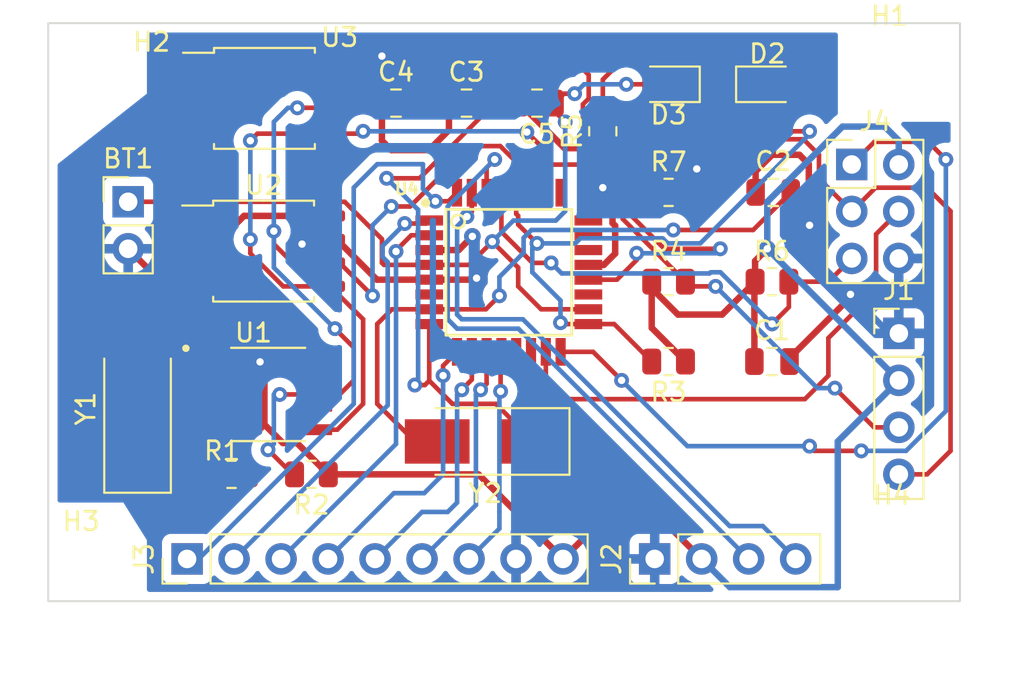
<source format=kicad_pcb>
(kicad_pcb (version 20211014) (generator pcbnew)
  (title_block (date "2022-04-11") (rev "Vasilis MCU project") (comment 1 "2 layer PCB version"))
  (layers (0 "F.Cu" mixed) (31 "B.Cu" mixed) (34 "B.Paste" user) (35 "F.Paste" user) (36 "B.SilkS" user "B.Silkscreen") (37 "F.SilkS" user "F.Silkscreen") (38 "B.Mask" user) (39 "F.Mask" user) (44 "Edge.Cuts" user))
  (property "Purpose" "MCU Datalogger with memory and clock")
  (net 0 "")
  (net 1 "Net-(BT1-Pad1)")
  (net 2 "GND")
  (net 3 "/Vcc")
  (net 4 "Net-(C2-Pad2)")
  (net 5 "Net-(C3-Pad2)")
  (net 6 "Net-(C4-Pad2)")
  (net 7 "Net-(D2-Pad1)")
  (net 8 "/SCK")
  (net 9 "Net-(D3-Pad1)")
  (net 10 "/SDA")
  (net 11 "/Tx")
  (net 12 "/D2")
  (net 13 "/D3")
  (net 14 "/D4")
  (net 15 "/D5")
  (net 16 "/D6")
  (net 17 "/D7")
  (net 18 "/D8")
  (net 19 "/MISO")
  (net 20 "/MOSI")
  (net 21 "/RESET")
  (net 22 "Net-(R1-Pad2)")
  (net 23 "Net-(R2-Pad2)")
  (net 24 "Net-(U1-Pad1)")
  (net 25 "Net-(U1-Pad2)")
  (net 35 "/Rx")
  (footprint "LED_SMD:LED_0805_2012Metric" (layer "F.Cu") (at 80.518 72.898 180)
    (fp_text reference "D3")
    (fp_text value "LED")
  )
  (footprint "ATMEGA:QFP80P900X900X120-32N" (layer "F.Cu") (at 71.882 83.058)
    (fp_text reference "U4")
    (fp_text value "ATMEGA328P-AU")
  )
  (footprint "MountingHole:MountingHole_2.1mm" (layer "F.Cu") (at 92.456 72.39)
    (fp_text reference "H1")
    (fp_text value "MountingHole")
  )
  (footprint "Resistor_SMD:R_0805_2012Metric" (layer "F.Cu") (at 56.896 93.98)
    (fp_text reference "R1")
    (fp_text value "10K")
  )
  (footprint "Capacitor_SMD:C_0805_2012Metric" (layer "F.Cu") (at 86.172 78.74)
    (fp_text reference "C2")
    (fp_text value "22pF")
  )
  (footprint "Capacitor_SMD:C_0805_2012Metric" (layer "F.Cu") (at 65.786 73.914)
    (fp_text reference "C4")
    (fp_text value "0.1uF")
  )
  (footprint "LED_SMD:LED_0805_2012Metric" (layer "F.Cu") (at 85.852 72.898)
    (fp_text reference "D2")
    (fp_text value "LED")
  )
  (footprint "Resistor_SMD:R_0805_2012Metric" (layer "F.Cu") (at 86.106 83.566)
    (fp_text reference "R6")
    (fp_text value "10K")
  )
  (footprint "Resistor_SMD:R_0805_2012Metric" (layer "F.Cu") (at 61.214 93.98 180)
    (fp_text reference "R2")
    (fp_text value "10K")
  )
  (footprint "MountingHole:MountingHole_2.1mm" (layer "F.Cu") (at 49.53 72.39)
    (fp_text reference "H2")
    (fp_text value "MountingHole")
  )
  (footprint "Connector_PinHeader_2.54mm:PinHeader_1x02_P2.54mm_Vertical" (layer "F.Cu") (at 51.308 79.248)
    (fp_text reference "BT1")
    (fp_text value "Battery")
  )
  (footprint "Capacitor_SMD:C_0805_2012Metric" (layer "F.Cu") (at 86.106 87.884)
    (fp_text reference "C1")
    (fp_text value "0.1uF")
  )
  (footprint "Resistor_SMD:R_0805_2012Metric" (layer "F.Cu") (at 80.518 87.884 180)
    (fp_text reference "R3")
    (fp_text value "4.7K")
  )
  (footprint "Connector_PinHeader_2.54mm:PinHeader_1x04_P2.54mm_Vertical" (layer "F.Cu") (at 79.766 98.552 90)
    (fp_text reference "J2")
    (fp_text value "Conn_01x04_Male")
  )
  (footprint "Resistor_SMD:R_0805_2012Metric" (layer "F.Cu") (at 76.962 75.438 90)
    (fp_text reference "R5")
    (fp_text value "330")
  )
  (footprint "Resistor_SMD:R_0805_2012Metric" (layer "F.Cu") (at 80.518 78.74)
    (fp_text reference "R7")
    (fp_text value "330")
  )
  (footprint "Connector_PinHeader_2.54mm:PinHeader_1x04_P2.54mm_Vertical" (layer "F.Cu") (at 92.964 86.36)
    (fp_text reference "J1")
    (fp_text value "Conn_01x04_Male")
  )
  (footprint "Package_SO:SOIC-8_5.23x5.23mm_P1.27mm" (layer "F.Cu") (at 58.674 73.66)
    (fp_text reference "U3")
    (fp_text value "24LC1025")
  )
  (footprint "Package_SO:SOIC-8_5.23x5.23mm_P1.27mm" (layer "F.Cu") (at 58.63 81.915)
    (fp_text reference "U2")
    (fp_text value "24LC1025")
  )
  (footprint "Connector_PinHeader_2.54mm:PinHeader_2x03_P2.54mm_Vertical" (layer "F.Cu") (at 90.419 77.231)
    (fp_text reference "J4")
    (fp_text value "Conn_02x03_Odd_Even")
  )
  (footprint "MountingHole:MountingHole_2.1mm" (layer "F.Cu") (at 49.657 98.298)
    (fp_text reference "H3")
    (fp_text value "MountingHole")
  )
  (footprint "Crystal:Crystal_SMD_5032-2Pin_5.0x3.2mm_HandSoldering" (layer "F.Cu") (at 70.612 92.202 180)
    (fp_text reference "Y2")
    (fp_text value "16 MHz")
  )
  (footprint "Connector_PinHeader_2.54mm:PinHeader_1x09_P2.54mm_Vertical" (layer "F.Cu") (at 54.493 98.552 90)
    (fp_text reference "J3")
    (fp_text value "Conn_01x09_Male")
  )
  (footprint "Crystal:Crystal_SMD_5032-2Pin_5.0x3.2mm_HandSoldering" (layer "F.Cu") (at 51.816 90.424 90)
    (fp_text reference "Y1")
    (fp_text value "32.768 KHz")
  )
  (footprint "Resistor_SMD:R_0805_2012Metric" (layer "F.Cu") (at 80.518 83.566)
    (fp_text reference "R4")
    (fp_text value "4.7K")
  )
  (footprint "Capacitor_SMD:C_0805_2012Metric" (layer "F.Cu") (at 69.596 73.914)
    (fp_text reference "C3")
    (fp_text value "22pF")
  )
  (footprint "Capacitor_SMD:C_0805_2012Metric" (layer "F.Cu") (at 73.406 73.914 180)
    (fp_text reference "C5")
    (fp_text value "100nF")
  )
  (footprint "MountingHole:MountingHole_2.1mm" (layer "F.Cu") (at 92.583 98.298)
    (fp_text reference "H4")
    (fp_text value "MountingHole")
  )
  (footprint "DS1337S_:SOIC127P600X175-8N" (layer "F.Cu") (at 58.875 89.662)
    (fp_text reference "U1")
    (fp_text value "DS1337S+")
  )
  (gr_rect (start 46.99 69.596) (end 96.266 100.838) (layer "Edge.Cuts") (width 0.1) (fill none))
  (segment (start 74.864 73.406) (end 74.356 73.914) (width 0.25) (layer "F.Cu") (net 1))
  (segment (start 72.39 83.82) (end 73.628 85.058) (width 0.25) (layer "F.Cu") (net 1))
  (segment (start 70.988709 81.402693) (end 72.39 82.803984) (width 0.25) (layer "F.Cu") (net 1))
  (segment (start 65.024 82.55) (end 65.132 82.658) (width 0.25) (layer "F.Cu") (net 1))
  (segment (start 73.628 85.058) (end 76.182 85.058) (width 0.25) (layer "F.Cu") (net 1))
  (segment (start 69.733402 82.658) (end 67.582 82.658) (width 0.25) (layer "F.Cu") (net 1))
  (segment (start 63.009783 79.248) (end 65.024 81.262217) (width 0.25) (layer "F.Cu") (net 1))
  (segment (start 79.5805 72.898) (end 78.232 72.898) (width 0.25) (layer "F.Cu") (net 1))
  (segment (start 74.356 73.914) (end 74.356 74.356) (width 0.25) (layer "F.Cu") (net 1))
  (segment (start 65.024 81.262217) (end 65.024 82.55) (width 0.25) (layer "F.Cu") (net 1))
  (segment (start 72.39 82.803984) (end 72.39 83.82) (width 0.25) (layer "F.Cu") (net 1))
  (segment (start 74.356 74.356) (end 74.93 74.93) (width 0.25) (layer "F.Cu") (net 1))
  (segment (start 70.988709 81.402693) (end 69.733402 82.658) (width 0.25) (layer "F.Cu") (net 1))
  (segment (start 51.308 79.248) (end 63.009783 79.248) (width 0.25) (layer "F.Cu") (net 1))
  (segment (start 75.438 73.406) (end 74.864 73.406) (width 0.25) (layer "F.Cu") (net 1))
  (segment (start 65.132 82.658) (end 67.582 82.658) (width 0.25) (layer "F.Cu") (net 1))
  (via (at 78.232 72.898) (size 0.8) (drill 0.4) (layers "F.Cu" "B.Cu") (net 1))
  (via (at 75.438 73.406) (size 0.8) (drill 0.4) (layers "F.Cu" "B.Cu") (net 1))
  (via (at 70.988709 81.402693) (size 0.8) (drill 0.4) (layers "F.Cu" "B.Cu") (net 1))
  (via (at 74.93 74.93) (size 0.8) (drill 0.4) (layers "F.Cu" "B.Cu") (net 1))
  (via (at 70.988709 81.402693) (size 0.8) (drill 0.4) (layers "F.Cu" "B.Cu") (net 1))
  (segment (start 75.946 72.898) (end 75.692 73.152) (width 0.25) (layer "B.Cu") (net 1))
  (segment (start 74.93 79.756) (end 74.93 74.93) (width 0.25) (layer "B.Cu") (net 1))
  (segment (start 74.422 80.264) (end 74.93 79.756) (width 0.25) (layer "B.Cu") (net 1))
  (segment (start 78.232 72.898) (end 75.946 72.898) (width 0.25) (layer "B.Cu") (net 1))
  (segment (start 70.988709 81.402693) (end 72.127402 80.264) (width 0.25) (layer "B.Cu") (net 1))
  (segment (start 72.127402 80.264) (end 74.422 80.264) (width 0.25) (layer "B.Cu") (net 1))
  (segment (start 75.692 73.152) (end 75.438 73.406) (width 0.25) (layer "B.Cu") (net 1))
  (segment (start 62.274 73.025) (end 62.865 73.025) (width 0.35) (layer "F.Cu") (net 2))
  (segment (start 88.138 80.518) (end 88.138 78.267138) (width 0.35) (layer "F.Cu") (net 2))
  (segment (start 88.09648 77.216) (end 87.58848 76.708) (width 0.35) (layer "F.Cu") (net 2))
  (segment (start 60.96 81.28) (end 60.706 81.534) (width 0.35) (layer "F.Cu") (net 2))
  (segment (start 67.582 81.858) (end 69.172708 81.858) (width 0.35) (layer "F.Cu") (net 2))
  (segment (start 68.646 72.832) (end 69.342 72.136) (width 0.35) (layer "F.Cu") (net 2))
  (segment (start 76.962 76.3505) (end 74.8925 76.3505) (width 0.35) (layer "F.Cu") (net 2))
  (segment (start 63.947 73.025) (end 64.836 73.914) (width 0.35) (layer "F.Cu") (net 2))
  (segment (start 77.48696 79.01096) (end 76.962 78.486) (width 0.35) (layer "F.Cu") (net 2))
  (segment (start 69.172708 81.858) (end 69.9125 81.118208) (width 0.35) (layer "F.Cu") (net 2))
  (segment (start 62.274 73.025) (end 63.947 73.025) (width 0.35) (layer "F.Cu") (net 2))
  (segment (start 74.8925 76.3505) (end 72.456 73.914) (width 0.35) (layer "F.Cu") (net 2))
  (segment (start 56.4 91.567) (end 57.277 91.567) (width 0.35) (layer "F.Cu") (net 2))
  (segment (start 55.03 83.82) (end 53.34 83.82) (width 0.35) (layer "F.Cu") (net 2))
  (segment (start 68.646 75.372) (end 68.646 73.914) (width 0.35) (layer "F.Cu") (net 2))
  (segment (start 77.48696 80.399598) (end 77.48696 79.01096) (width 0.35) (layer "F.Cu") (net 2))
  (segment (start 88.138 78.267138) (end 88.09648 78.225618) (width 0.35) (layer "F.Cu") (net 2))
  (segment (start 55.372493 83.82) (end 55.03 83.82) (width 0.35) (layer "F.Cu") (net 2))
  (segment (start 64.516 71.374) (end 65.024 71.374) (width 0.35) (layer "F.Cu") (net 2))
  (segment (start 57.277 91.567) (end 57.912 90.932) (width 0.35) (layer "F.Cu") (net 2))
  (segment (start 72.456 72.964) (end 72.456 73.914) (width 0.35) (layer "F.Cu") (net 2))
  (segment (start 85.222 77.602) (end 85.222 78.74) (width 0.35) (layer "F.Cu") (net 2))
  (segment (start 65.532 76.454) (end 67.564 76.454) (width 0.35) (layer "F.Cu") (net 2))
  (segment (start 81.4305 78.74) (end 81.4305 78.0815) (width 0.35) (layer "F.Cu") (net 2))
  (segment (start 77.019522 82.658) (end 76.182 82.658) (width 0.35) (layer "F.Cu") (net 2))
  (segment (start 55.074 75.565) (end 56.007 75.565) (width 0.35) (layer "F.Cu") (net 2))
  (segment (start 90.34899 84.25299) (end 90.34899 84.40301) (width 0.35) (layer "F.Cu") (net 2))
  (segment (start 81.4305 78.0815) (end 82.042 77.47) (width 0.35) (layer "F.Cu") (net 2))
  (segment (start 77.631502 80.54414) (end 77.48696 80.399598) (width 0.35) (layer "F.Cu") (net 2))
  (segment (start 85.222 77.602) (end 86.116 76.708) (width 0.35) (layer "F.Cu") (net 2))
  (segment (start 56.007 75.565) (end 58.547 73.025) (width 0.35) (layer "F.Cu") (net 2))
  (segment (start 85.09 77.47) (end 85.222 77.602) (width 0.35) (layer "F.Cu") (net 2))
  (segment (start 67.564 76.454) (end 68.646 75.372) (width 0.35) (layer "F.Cu") (net 2))
  (segment (start 62.865 73.025) (end 64.516 71.374) (width 0.35) (layer "F.Cu") (net 2))
  (segment (start 90.34899 84.40301) (end 87.056 87.696) (width 0.35) (layer "F.Cu") (net 2))
  (segment (start 65.024 74.102) (end 65.024 75.946) (width 0.35) (layer "F.Cu") (net 2))
  (segment (start 68.646 73.914) (end 68.646 72.832) (width 0.35) (layer "F.Cu") (net 2))
  (segment (start 65.024 75.946) (end 65.532 76.454) (width 0.35) (layer "F.Cu") (net 2))
  (segment (start 86.116 76.708) (end 87.58848 76.708) (width 0.35) (layer "F.Cu") (net 2))
  (segment (start 67.582 83.458) (end 64.750493 83.458) (width 0.35) (layer "F.Cu") (net 2))
  (segment (start 62.23 81.28) (end 60.96 81.28) (width 0.35) (layer "F.Cu") (net 2))
  (segment (start 53.34 83.82) (end 51.308 81.788) (width 0.35) (layer "F.Cu") (net 2))
  (segment (start 57.912 90.932) (end 57.912 88.42527) (width 0.35) (layer "F.Cu") (net 2))
  (segment (start 69.342 72.136) (end 71.628 72.136) (width 0.35) (layer "F.Cu") (net 2))
  (segment (start 67.582 83.458) (end 70.057225 83.458) (width 0.35) (layer "F.Cu") (net 2))
  (segment (start 62.572493 81.28) (end 62.23 81.28) (width 0.35) (layer "F.Cu") (net 2))
  (segment (start 64.750493 83.458) (end 62.572493 81.28) (width 0.35) (layer "F.Cu") (net 2))
  (segment (start 77.631502 82.04602) (end 77.631502 80.54414) (width 0.35) (layer "F.Cu") (net 2))
  (segment (start 70.057225 83.458) (end 70.13989 83.375335) (width 0.35) (layer "F.Cu") (net 2))
  (segment (start 71.628 72.136) (end 72.456 72.964) (width 0.35) (layer "F.Cu") (net 2))
  (segment (start 87.056 87.696) (end 87.056 87.884) (width 0.35) (layer "F.Cu") (net 2))
  (segment (start 58.547 73.025) (end 55.074 73.025) (width 0.35) (layer "F.Cu") (net 2))
  (segment (start 82.042 77.47) (end 85.09 77.47) (width 0.35) (layer "F.Cu") (net 2))
  (segment (start 88.09648 78.225618) (end 88.09648 77.216) (width 0.35) (layer "F.Cu") (net 2))
  (segment (start 62.274 73.025) (end 58.547 73.025) (width 0.35) (layer "F.Cu") (net 2))
  (segment (start 64.836 73.914) (end 65.024 74.102) (width 0.35) (layer "F.Cu") (net 2))
  (segment (start 57.912 88.42527) (end 58.436635 87.900635) (width 0.35) (layer "F.Cu") (net 2))
  (segment (start 77.631502 82.04602) (end 77.019522 82.658) (width 0.35) (layer "F.Cu") (net 2))
  (via (at 90.34899 84.25299) (size 0.9) (drill 0.4) (layers "F.Cu" "B.Cu") (net 2))
  (via (at 76.962 78.486) (size 0.9) (drill 0.4) (layers "F.Cu" "B.Cu") (net 2))
  (via (at 60.706 81.534) (size 0.9) (drill 0.4) (layers "F.Cu" "B.Cu") (net 2))
  (via (at 69.9125 81.118208) (size 0.9) (drill 0.4) (layers "F.Cu" "B.Cu") (net 2))
  (via (at 70.13989 83.375335) (size 0.9) (drill 0.4) (layers "F.Cu" "B.Cu") (net 2))
  (via (at 65.024 71.374) (size 0.9) (drill 0.4) (layers "F.Cu" "B.Cu") (net 2))
  (via (at 58.436635 87.900635) (size 0.9) (drill 0.4) (layers "F.Cu" "B.Cu") (net 2))
  (via (at 82.042 77.47) (size 0.9) (drill 0.4) (layers "F.Cu" "B.Cu") (net 2))
  (via (at 88.138 80.518) (size 0.9) (drill 0.4) (layers "F.Cu" "B.Cu") (net 2))
  (segment (start 92.456 86.36) (end 92.964 86.36) (width 0.35) (layer "B.Cu") (net 2))
  (segment (start 70.13989 81.345598) (end 69.9125 81.118208) (width 0.35) (layer "B.Cu") (net 2))
  (segment (start 76.962 78.486) (end 77.978 77.47) (width 0.35) (layer "B.Cu") (net 2))
  (segment (start 70.13989 83.375335) (end 70.13989 81.345598) (width 0.35) (layer "B.Cu") (net 2))
  (segment (start 90.34899 84.25299) (end 92.456 86.36) (width 0.35) (layer "B.Cu") (net 2))
  (segment (start 88.138 82.042) (end 88.138 80.518) (width 0.35) (layer "B.Cu") (net 2))
  (segment (start 90.34899 84.25299) (end 88.138 82.042) (width 0.35) (layer "B.Cu") (net 2))
  (segment (start 77.978 77.47) (end 82.042 77.47) (width 0.35) (layer "B.Cu") (net 2))
  (segment (start 49.402753 85.216753) (end 58.039247 85.216753) (width 0.35) (layer "F.Cu") (net 3))
  (segment (start 53.721 74.295) (end 52.197 74.295) (width 0.35) (layer "F.Cu") (net 3))
  (segment (start 92.83048 89.03352) (end 92.964 88.9) (width 0.35) (layer "F.Cu") (net 3))
  (segment (start 79.6055 83.566) (end 79.6055 86.059) (width 0.35) (layer "F.Cu") (net 3))
  (segment (start 53.721 71.755) (end 53.086 72.39) (width 0.35) (layer "F.Cu") (net 3))
  (segment (start 85.156 87.884) (end 85.156 83.6035) (width 0.35) (layer "F.Cu") (net 3))
  (segment (start 62.1265 93.98) (end 70.241 93.98) (width 0.35) (layer "F.Cu") (net 3))
  (segment (start 58.674 91.2895) (end 58.674 88.9) (width 0.35) (layer "F.Cu") (net 3))
  (segment (start 48.514 84.328) (end 49.402753 85.216753) (width 0.35) (layer "F.Cu") (net 3))
  (segment (start 60.43302 92.28652) (end 59.67102 92.28652) (width 0.35) (layer "F.Cu") (net 3))
  (segment (start 55.03 81.28) (end 55.03 80.01) (width 0.35) (layer "F.Cu") (net 3))
  (segment (start 76.087511 97.277489) (end 76.087511 97.140489) (width 0.35) (layer "F.Cu") (net 3))
  (segment (start 62.1265 93.98) (end 60.43302 92.28652) (width 0.35) (layer "F.Cu") (net 3))
  (segment (start 53.721 74.295) (end 55.074 74.295) (width 0.35) (layer "F.Cu") (net 3))
  (segment (start 55.9835 93.98) (end 58.674 91.2895) (width 0.35) (layer "F.Cu") (net 3))
  (segment (start 52.197 74.295) (end 48.514 77.978) (width 0.35) (layer "F.Cu") (net 3))
  (segment (start 55.074 71.755) (end 53.721 71.755) (width 0.35) (layer "F.Cu") (net 3))
  (segment (start 58.039247 85.216753) (end 59.817 86.994507) (width 0.35) (layer "F.Cu") (net 3))
  (segment (start 53.086 72.39) (end 53.086 73.66) (width 0.35) (layer "F.Cu") (net 3))
  (segment (start 85.156 83.6035) (end 85.1935 83.566) (width 0.35) (layer "F.Cu") (net 3))
  (segment (start 59.67102 92.28652) (end 58.674 91.2895) (width 0.35) (layer "F.Cu") (net 3))
  (segment (start 59.817 87.757) (end 61.35 87.757) (width 0.35) (layer "F.Cu") (net 3))
  (segment (start 79.6055 83.566) (end 79.6055 83.9235) (width 0.35) (layer "F.Cu") (net 3))
  (segment (start 48.514 77.978) (end 48.514 84.328) (width 0.35) (layer "F.Cu") (net 3))
  (segment (start 58.674 88.9) (end 59.817 87.757) (width 0.35) (layer "F.Cu") (net 3))
  (segment (start 74.813 98.552) (end 76.087511 97.277489) (width 0.35) (layer "F.Cu") (net 3))
  (segment (start 76.087511 97.140489) (end 77.47 95.758) (width 0.35) (layer "F.Cu") (net 3))
  (segment (start 57.57 80.01) (end 62.23 80.01) (width 0.35) (layer "F.Cu") (net 3))
  (segment (start 83.4155 85.344) (end 85.1935 83.566) (width 0.35) (layer "F.Cu") (net 3))
  (segment (start 59.817 86.994507) (end 59.817 87.757) (width 0.35) (layer "F.Cu") (net 3))
  (segment (start 81.026 85.344) (end 83.4155 85.344) (width 0.35) (layer "F.Cu") (net 3))
  (segment (start 53.086 73.66) (end 53.721 74.295) (width 0.35) (layer "F.Cu") (net 3))
  (segment (start 79.6055 86.059) (end 81.4305 87.884) (width 0.35) (layer "F.Cu") (net 3))
  (segment (start 55.03 82.55) (end 55.372493 82.55) (width 0.35) (layer "F.Cu") (net 3))
  (segment (start 77.47 95.758) (end 79.512 95.758) (width 0.35) (layer "F.Cu") (net 3))
  (segment (start 79.512 95.758) (end 82.306 98.552) (width 0.35) (layer "F.Cu") (net 3))
  (segment (start 55.372493 82.55) (end 58.039247 85.216753) (width 0.35) (layer "F.Cu") (net 3))
  (segment (start 55.03 81.28) (end 55.03 82.55) (width 0.35) (layer "F.Cu") (net 3))
  (segment (start 55.074 71.755) (end 62.274 71.755) (width 0.35) (layer "F.Cu") (net 3))
  (segment (start 70.241 93.98) (end 74.813 98.552) (width 0.35) (layer "F.Cu") (net 3))
  (segment (start 55.03 82.55) (end 57.57 80.01) (width 0.35) (layer "F.Cu") (net 3))
  (segment (start 85.1935 83.566) (end 85.1935 82.4465) (width 0.35) (layer "F.Cu") (net 3))
  (segment (start 79.6055 83.9235) (end 81.026 85.344) (width 0.35) (layer "F.Cu") (net 3))
  (segment (start 85.1935 82.4465) (end 85.852 81.788) (width 0.35) (layer "F.Cu") (net 3))
  (via (at 85.852 81.788) (size 0.9) (drill 0.4) (layers "F.Cu" "B.Cu") (net 3))
  (segment (start 92.202 75.184) (end 92.959 75.941) (width 0.35) (layer "B.Cu") (net 3))
  (segment (start 92.964 88.9) (end 85.852 81.788) (width 0.35) (layer "B.Cu") (net 3))
  (segment (start 85.852 81.788) (end 85.852 79.248978) (width 0.35) (layer "B.Cu") (net 3))
  (segment (start 82.306 98.552) (end 83.83 100.076) (width 0.35) (layer "B.Cu") (net 3))
  (segment (start 92.959 75.941) (end 92.959 77.231) (width 0.35) (layer "B.Cu") (net 3))
  (segment (start 85.852 79.248978) (end 89.916978 75.184) (width 0.35) (layer "B.Cu") (net 3))
  (segment (start 89.662 92.202) (end 92.964 88.9) (width 0.35) (layer "B.Cu") (net 3))
  (segment (start 89.662 100.076) (end 89.662 92.202) (width 0.35) (layer "B.Cu") (net 3))
  (segment (start 89.916978 75.184) (end 92.202 75.184) (width 0.35) (layer "B.Cu") (net 3))
  (segment (start 83.83 100.076) (end 89.662 100.076) (width 0.35) (layer "B.Cu") (net 3))
  (segment (start 68.012 92.202) (end 66.802 92.202) (width 0.25) (layer "F.Cu") (net 4))
  (segment (start 70.644 85.058) (end 67.582 85.058) (width 0.25) (layer "F.Cu") (net 4))
  (segment (start 64.77 85.852) (end 65.564 85.058) (width 0.25) (layer "F.Cu") (net 4))
  (segment (start 65.564 85.058) (end 67.582 85.058) (width 0.25) (layer "F.Cu") (net 4))
  (segment (start 66.802 92.202) (end 64.77 90.17) (width 0.25) (layer "F.Cu") (net 4))
  (segment (start 71.374 84.328) (end 70.644 85.058) (width 0.25) (layer "F.Cu") (net 4))
  (segment (start 64.77 90.17) (end 64.77 85.852) (width 0.25) (layer "F.Cu") (net 4))
  (segment (start 87.122 78.74) (end 85.09 80.772) (width 0.25) (layer "F.Cu") (net 4))
  (segment (start 85.09 80.772) (end 80.772 80.772) (width 0.25) (layer "F.Cu") (net 4))
  (via (at 71.374 84.328) (size 0.8) (drill 0.4) (layers "F.Cu" "B.Cu") (net 4))
  (via (at 80.772 80.772) (size 0.8) (drill 0.4) (layers "F.Cu" "B.Cu") (net 4))
  (segment (start 73.105886 80.772) (end 80.772 80.772) (width 0.25) (layer "B.Cu") (net 4))
  (segment (start 71.374 83.312) (end 72.681489 82.004511) (width 0.25) (layer "B.Cu") (net 4))
  (segment (start 72.681489 82.004511) (end 72.681489 81.196397) (width 0.25) (layer "B.Cu") (net 4))
  (segment (start 71.374 84.328) (end 71.374 83.312) (width 0.25) (layer "B.Cu") (net 4))
  (segment (start 72.681489 81.196397) (end 73.105886 80.772) (width 0.25) (layer "B.Cu") (net 4))
  (segment (start 67.056 77.978) (end 70.546 74.488) (width 0.25) (layer "F.Cu") (net 5))
  (segment (start 71.18 90.17) (end 68.834 90.17) (width 0.25) (layer "F.Cu") (net 5))
  (segment (start 70.546 74.488) (end 70.546 73.914) (width 0.25) (layer "F.Cu") (net 5))
  (segment (start 73.212 92.202) (end 71.18 90.17) (width 0.25) (layer "F.Cu") (net 5))
  (segment (start 67.582 88.918) (end 67.346 89.154) (width 0.25) (layer "F.Cu") (net 5))
  (segment (start 65.278 77.978) (end 67.056 77.978) (width 0.25) (layer "F.Cu") (net 5))
  (segment (start 67.346 89.154) (end 66.802 89.154) (width 0.25) (layer "F.Cu") (net 5))
  (segment (start 68.834 90.17) (end 67.582 88.918) (width 0.25) (layer "F.Cu") (net 5))
  (segment (start 67.582 88.918) (end 67.582 85.858) (width 0.25) (layer "F.Cu") (net 5))
  (via (at 65.278 77.978) (size 0.8) (drill 0.4) (layers "F.Cu" "B.Cu") (net 5))
  (via (at 66.802 89.154) (size 0.8) (drill 0.4) (layers "F.Cu" "B.Cu") (net 5))
  (segment (start 66.981011 79.681011) (end 65.278 77.978) (width 0.25) (layer "B.Cu") (net 5))
  (segment (start 66.981011 88.974989) (end 66.981011 79.681011) (width 0.25) (layer "B.Cu") (net 5))
  (segment (start 66.802 89.154) (end 66.981011 88.974989) (width 0.25) (layer "B.Cu") (net 5))
  (segment (start 75.887888 75.46348) (end 75.887888 73.980726) (width 0.25) (layer "F.Cu") (net 6))
  (segment (start 75.887888 73.980726) (end 76.2 73.668614) (width 0.25) (layer "F.Cu") (net 6))
  (segment (start 78.486 76.278796) (end 77.670684 75.46348) (width 0.25) (layer "F.Cu") (net 6))
  (segment (start 68.072 71.374) (end 66.736 72.71) (width 0.25) (layer "F.Cu") (net 6))
  (segment (start 75.184 71.374) (end 68.072 71.374) (width 0.25) (layer "F.Cu") (net 6))
  (segment (start 76.182 83.458) (end 77.728036 83.458) (width 0.25) (layer "F.Cu") (net 6))
  (segment (start 80.288218 81.788) (end 78.486 79.985782) (width 0.25) (layer "F.Cu") (net 6))
  (segment (start 76.2 72.39) (end 75.184 71.374) (width 0.25) (layer "F.Cu") (net 6))
  (segment (start 66.736 72.71) (end 66.736 73.914) (width 0.25) (layer "F.Cu") (net 6))
  (segment (start 78.790674 82.395362) (end 78.790674 82.029331) (width 0.25) (layer "F.Cu") (net 6))
  (segment (start 78.486 79.985782) (end 78.486 76.278796) (width 0.25) (layer "F.Cu") (net 6))
  (segment (start 77.728036 83.458) (end 78.790674 82.395362) (width 0.25) (layer "F.Cu") (net 6))
  (segment (start 77.670684 75.46348) (end 75.887888 75.46348) (width 0.25) (layer "F.Cu") (net 6))
  (segment (start 83.312 81.788) (end 80.288218 81.788) (width 0.25) (layer "F.Cu") (net 6))
  (segment (start 76.2 73.668614) (end 76.2 72.39) (width 0.25) (layer "F.Cu") (net 6))
  (via (at 83.312 81.788) (size 0.8) (drill 0.4) (layers "F.Cu" "B.Cu") (net 6))
  (via (at 78.790674 82.029331) (size 0.8) (drill 0.4) (layers "F.Cu" "B.Cu") (net 6))
  (segment (start 83.070669 82.029331) (end 83.312 81.788) (width 0.25) (layer "B.Cu") (net 6))
  (segment (start 78.790674 82.029331) (end 83.070669 82.029331) (width 0.25) (layer "B.Cu") (net 6))
  (segment (start 83.1365 71.12) (end 78.486 71.12) (width 0.25) (layer "F.Cu") (net 7))
  (segment (start 76.962 72.644) (end 76.962 74.5255) (width 0.25) (layer "F.Cu") (net 7))
  (segment (start 84.9145 73.3275) (end 84.9145 72.898) (width 0.25) (layer "F.Cu") (net 7))
  (segment (start 78.486 71.12) (end 76.962 72.644) (width 0.25) (layer "F.Cu") (net 7))
  (segment (start 84.9145 72.898) (end 83.1365 71.12) (width 0.25) (layer "F.Cu") (net 7))
  (segment (start 94.488 78.486) (end 91.704 78.486) (width 0.25) (layer "F.Cu") (net 8))
  (segment (start 65.532 79.502) (end 66.548 79.502) (width 0.25) (layer "F.Cu") (net 8))
  (segment (start 64.516 84.328) (end 62.738 82.55) (width 0.25) (layer "F.Cu") (net 8))
  (segment (start 87.219 75.438) (end 86.7895 75.8675) (width 0.25) (layer "F.Cu") (net 8))
  (segment (start 72.39 80.01) (end 72.282 79.902) (width 0.25) (layer "F.Cu") (net 8))
  (segment (start 66.548 79.502) (end 69.812511 76.237489) (width 0.25) (layer "F.Cu") (net 8))
  (segment (start 88.646 76.708) (end 87.8055 75.8675) (width 0.25) (layer "F.Cu") (net 8))
  (segment (start 72.282 77.099386) (end 72.282 78.758) (width 0.25) (layer "F.Cu") (net 8))
  (segment (start 86.7895 75.8675) (end 86.7895 72.898) (width 0.25) (layer "F.Cu") (net 8))
  (segment (start 62.103 90.297) (end 61.35 90.297) (width 0.25) (layer "F.Cu") (net 8))
  (segment (start 72.282 79.902) (end 72.282 78.758) (width 0.25) (layer "F.Cu") (net 8))
  (segment (start 62.484 86.106) (end 63.5 87.122) (width 0.25) (layer "F.Cu") (net 8))
  (segment (start 74.7515 85.858) (end 74.676 85.7825) (width 0.25) (layer "F.Cu") (net 8))
  (segment (start 59.182 81.534) (end 59.182 80.8345) (width 0.25) (layer "F.Cu") (net 8))
  (segment (start 63.5 88.9) (end 62.103 90.297) (width 0.25) (layer "F.Cu") (net 8))
  (segment (start 77.5795 85.858) (end 76.182 85.858) (width 0.25) (layer "F.Cu") (net 8))
  (segment (start 63.5 87.122) (end 63.5 88.9) (width 0.25) (layer "F.Cu") (net 8))
  (segment (start 62.147 74.168) (end 62.274 74.295) (width 0.25) (layer "F.Cu") (net 8))
  (segment (start 87.8055 75.8675) (end 86.7895 75.8675) (width 0.25) (layer "F.Cu") (net 8))
  (segment (start 90.419 79.771) (end 88.646 77.998) (width 0.25) (layer "F.Cu") (net 8))
  (segment (start 91.704 78.486) (end 90.419 79.771) (width 0.25) (layer "F.Cu") (net 8))
  (segment (start 88.646 77.998) (end 88.646 76.708) (width 0.25) (layer "F.Cu") (net 8))
  (segment (start 73.406 81.4965) (end 72.39 80.4805) (width 0.25) (layer "F.Cu") (net 8))
  (segment (start 60.198 82.55) (end 59.182 81.534) (width 0.25) (layer "F.Cu") (net 8))
  (segment (start 62.738 82.55) (end 62.23 82.55) (width 0.25) (layer "F.Cu") (net 8))
  (segment (start 71.420103 76.237489) (end 72.282 77.099386) (width 0.25) (layer "F.Cu") (net 8))
  (segment (start 69.812511 76.237489) (end 71.420103 76.237489) (width 0.25) (layer "F.Cu") (net 8))
  (segment (start 72.39 80.4805) (end 72.39 80.01) (width 0.25) (layer "F.Cu") (net 8))
  (segment (start 60.452 74.168) (end 62.147 74.168) (width 0.25) (layer "F.Cu") (net 8))
  (segment (start 79.6055 87.884) (end 77.5795 85.858) (width 0.25) (layer "F.Cu") (net 8))
  (segment (start 88.138 75.438) (end 87.219 75.438) (width 0.25) (layer "F.Cu") (net 8))
  (segment (start 95.758 79.756) (end 94.488 78.486) (width 0.25) (layer "F.Cu") (net 8))
  (segment (start 94.488 93.98) (end 95.758 92.71) (width 0.25) (layer "F.Cu") (net 8))
  (segment (start 62.23 82.55) (end 60.198 82.55) (width 0.25) (layer "F.Cu") (net 8))
  (segment (start 76.182 85.858) (end 74.7515 85.858) (width 0.25) (layer "F.Cu") (net 8))
  (segment (start 92.964 93.98) (end 94.488 93.98) (width 0.25) (layer "F.Cu") (net 8))
  (segment (start 95.758 92.71) (end 95.758 79.756) (width 0.25) (layer "F.Cu") (net 8))
  (via (at 88.138 75.438) (size 0.8) (drill 0.4) (layers "F.Cu" "B.Cu") (net 8))
  (via (at 73.406 81.4965) (size 0.8) (drill 0.4) (layers "F.Cu" "B.Cu") (net 8))
  (via (at 64.516 84.328) (size 0.8) (drill 0.4) (layers "F.Cu" "B.Cu") (net 8))
  (via (at 74.676 85.7825) (size 0.8) (drill 0.4) (layers "F.Cu" "B.Cu") (net 8))
  (via (at 65.532 79.502) (size 0.8) (drill 0.4) (layers "F.Cu" "B.Cu") (net 8))
  (via (at 60.452 74.168) (size 0.8) (drill 0.4) (layers "F.Cu" "B.Cu") (net 8))
  (via (at 62.484 86.106) (size 0.8) (drill 0.4) (layers "F.Cu" "B.Cu") (net 8))
  (via (at 59.182 80.8345) (size 0.8) (drill 0.4) (layers "F.Cu" "B.Cu") (net 8))
  (segment (start 59.182 80.8345) (end 59.182 82.804) (width 0.25) (layer "B.Cu") (net 8))
  (segment (start 59.182 82.804) (end 62.484 86.106) (width 0.25) (layer "B.Cu") (net 8))
  (segment (start 73.406 81.4965) (end 75.4755 81.4965) (width 0.25) (layer "B.Cu") (net 8))
  (segment (start 64.516 80.518) (end 65.532 79.502) (width 0.25) (layer "B.Cu") (net 8))
  (segment (start 59.944 74.168) (end 60.452 74.168) (width 0.25) (layer "B.Cu") (net 8))
  (segment (start 64.516 84.328) (end 64.516 80.518) (width 0.25) (layer "B.Cu") (net 8))
  (segment (start 74.676 84.582) (end 73.152 83.058) (width 0.25) (layer "B.Cu") (net 8))
  (segment (start 74.676 85.7825) (end 74.676 84.582) (width 0.25) (layer "B.Cu") (net 8))
  (segment (start 80.471897 81.496511) (end 82.229525 81.496511) (width 0.25) (layer "B.Cu") (net 8))
  (segment (start 82.229525 81.496511) (end 88.138 75.588036) (width 0.25) (layer "B.Cu") (net 8))
  (segment (start 75.75048 81.22152) (end 80.196906 81.22152) (width 0.25) (layer "B.Cu") (net 8))
  (segment (start 59.436 74.676) (end 59.944 74.168) (width 0.25) (layer "B.Cu") (net 8))
  (segment (start 59.182 74.93) (end 59.436 74.676) (width 0.25) (layer "B.Cu") (net 8))
  (segment (start 73.152 83.058) (end 73.152 81.7505) (width 0.25) (layer "B.Cu") (net 8))
  (segment (start 75.4755 81.4965) (end 75.75048 81.22152) (width 0.25) (layer "B.Cu") (net 8))
  (segment (start 73.152 81.7505) (end 73.406 81.4965) (width 0.25) (layer "B.Cu") (net 8))
  (segment (start 80.196906 81.22152) (end 80.471897 81.496511) (width 0.25) (layer "B.Cu") (net 8))
  (segment (start 88.138 75.588036) (end 88.138 75.438) (width 0.25) (layer "B.Cu") (net 8))
  (segment (start 59.182 80.8345) (end 59.182 74.93) (width 0.25) (layer "B.Cu") (net 8))
  (segment (start 81.4555 76.89) (end 79.6055 78.74) (width 0.25) (layer "F.Cu") (net 9))
  (segment (start 81.4555 72.898) (end 81.4555 76.89) (width 0.25) (layer "F.Cu") (net 9))
  (segment (start 78.03648 80.171979) (end 78.03648 78.03648) (width 0.25) (layer "F.Cu") (net 10))
  (segment (start 78.03648 78.03648) (end 77.23752 77.23752) (width 0.25) (layer "F.Cu") (net 10))
  (segment (start 72.85599 75.48001) (end 73.66 76.28402) (width 0.25) (layer "F.Cu") (net 10))
  (segment (start 58.293 75.565) (end 62.274 75.565) (width 0.25) (layer "F.Cu") (net 10))
  (segment (start 64.008 90.17) (end 62.611 91.567) (width 0.25) (layer "F.Cu") (net 10))
  (segment (start 73.728458 77.23752) (end 73.082 77.883978) (width 0.25) (layer "F.Cu") (net 10))
  (segment (start 64.008 85.598) (end 64.008 90.17) (width 0.25) (layer "F.Cu") (net 10))
  (segment (start 73.082 77.883978) (end 73.082 78.758) (width 0.25) (layer "F.Cu") (net 10))
  (segment (start 57.912 75.946) (end 58.293 75.565) (width 0.25) (layer "F.Cu") (net 10))
  (segment (start 62.274 75.565) (end 63.881 75.565) (width 0.25) (layer "F.Cu") (net 10))
  (segment (start 83.058 83.82) (end 81.6845 83.82) (width 0.25) (layer "F.Cu") (net 10))
  (segment (start 91.623992 91.44) (end 89.504295 89.320303) (width 0.25) (layer "F.Cu") (net 10))
  (segment (start 62.23 83.82) (end 59.69 83.82) (width 0.25) (layer "F.Cu") (net 10))
  (segment (start 81.4305 83.566) (end 78.03648 80.171979) (width 0.25) (layer "F.Cu") (net 10))
  (segment (start 81.6845 83.82) (end 81.4305 83.566) (width 0.25) (layer "F.Cu") (net 10))
  (segment (start 57.912 82.042) (end 57.912 81.28) (width 0.25) (layer "F.Cu") (net 10))
  (segment (start 63.881 75.565) (end 64.008 75.438) (width 0.25) (layer "F.Cu") (net 10))
  (segment (start 62.23 83.82) (end 64.008 85.598) (width 0.25) (layer "F.Cu") (net 10))
  (segment (start 62.611 91.567) (end 61.35 91.567) (width 0.25) (layer "F.Cu") (net 10))
  (segment (start 59.69 83.82) (end 57.912 82.042) (width 0.25) (layer "F.Cu") (net 10))
  (segment (start 92.964 91.44) (end 91.623992 91.44) (width 0.25) (layer "F.Cu") (net 10))
  (segment (start 73.66 76.28402) (end 73.66 77.216) (width 0.25) (layer "F.Cu") (net 10))
  (segment (start 77.23752 77.23752) (end 73.728458 77.23752) (width 0.25) (layer "F.Cu") (net 10))
  (via (at 57.912 75.946) (size 0.8) (drill 0.4) (layers "F.Cu" "B.Cu") (net 10))
  (via (at 89.504295 89.320303) (size 0.8) (drill 0.4) (layers "F.Cu" "B.Cu") (net 10))
  (via (at 72.85599 75.48001) (size 0.8) (drill 0.4) (layers "F.Cu" "B.Cu") (net 10))
  (via (at 57.912 81.28) (size 0.8) (drill 0.4) (layers "F.Cu" "B.Cu") (net 10))
  (via (at 64.008 75.438) (size 0.8) (drill 0.4) (layers "F.Cu" "B.Cu") (net 10))
  (via (at 83.058 83.82) (size 0.8) (drill 0.4) (layers "F.Cu" "B.Cu") (net 10))
  (segment (start 64.008 75.438) (end 72.898 75.438) (width 0.25) (layer "B.Cu") (net 10))
  (segment (start 88.558303 89.320303) (end 83.566 84.328) (width 0.25) (layer "B.Cu") (net 10))
  (segment (start 57.912 81.28) (end 57.912 75.946) (width 0.25) (layer "B.Cu") (net 10))
  (segment (start 89.504295 89.320303) (end 88.558303 89.320303) (width 0.25) (layer "B.Cu") (net 10))
  (segment (start 83.566 84.328) (end 83.058 83.82) (width 0.25) (layer "B.Cu") (net 10))
  (segment (start 72.898 75.438) (end 72.85599 75.48001) (width 0.25) (layer "B.Cu") (net 10))
  (segment (start 69.614704 80.049286) (end 69.882 79.78199) (width 0.25) (layer "F.Cu") (net 11))
  (segment (start 69.882 79.78199) (end 69.882 78.758) (width 0.25) (layer "F.Cu") (net 11))
  (via (at 69.614704 80.049286) (size 0.8) (drill 0.4) (layers "F.Cu" "B.Cu") (net 11))
  (segment (start 85.608 96.774) (end 87.386 98.552) (width 0.25) (layer "B.Cu") (net 11))
  (segment (start 83.82 96.774) (end 85.608 96.774) (width 0.25) (layer "B.Cu") (net 11))
  (segment (start 69.342 85.598) (end 72.644 85.598) (width 0.25) (layer "B.Cu") (net 11))
  (segment (start 72.644 85.598) (end 83.82 96.774) (width 0.25) (layer "B.Cu") (net 11))
  (segment (start 69.614704 80.049286) (end 69.088 80.57599) (width 0.25) (layer "B.Cu") (net 11))
  (segment (start 69.088 85.344) (end 69.342 85.598) (width 0.25) (layer "B.Cu") (net 11))
  (segment (start 69.088 80.57599) (end 69.088 85.344) (width 0.25) (layer "B.Cu") (net 11))
  (segment (start 68.620145 79.219855) (end 69.082 78.758) (width 0.25) (layer "F.Cu") (net 12))
  (segment (start 67.912696 79.219855) (end 68.620145 79.219855) (width 0.25) (layer "F.Cu") (net 12))
  (via (at 67.912696 79.219855) (size 0.8) (drill 0.4) (layers "F.Cu" "B.Cu") (net 12))
  (segment (start 67.24077 77.216) (end 67.24077 78.547929) (width 0.25) (layer "B.Cu") (net 12))
  (segment (start 64.77 77.216) (end 67.24077 77.216) (width 0.25) (layer "B.Cu") (net 12))
  (segment (start 67.24077 78.547929) (end 67.912696 79.219855) (width 0.25) (layer "B.Cu") (net 12))
  (segment (start 55.118 98.552) (end 63.5 90.17) (width 0.25) (layer "B.Cu") (net 12))
  (segment (start 54.493 98.552) (end 55.118 98.552) (width 0.25) (layer "B.Cu") (net 12))
  (segment (start 63.5 78.486) (end 64.77 77.216) (width 0.25) (layer "B.Cu") (net 12))
  (segment (start 63.5 90.17) (end 63.5 78.486) (width 0.25) (layer "B.Cu") (net 12))
  (segment (start 67.415533 80.424467) (end 67.582 80.258) (width 0.25) (layer "F.Cu") (net 13))
  (segment (start 66.2565 80.424467) (end 67.415533 80.424467) (width 0.25) (layer "F.Cu") (net 13))
  (via (at 66.2565 80.424467) (size 0.8) (drill 0.4) (layers "F.Cu" "B.Cu") (net 13))
  (segment (start 65.061489 81.633397) (end 66.2565 80.438386) (width 0.25) (layer "B.Cu") (net 13))
  (segment (start 66.2565 80.438386) (end 66.2565 80.424467) (width 0.25) (layer "B.Cu") (net 13))
  (segment (start 57.033 98.552) (end 65.33648 90.24852) (width 0.25) (layer "B.Cu") (net 13))
  (segment (start 65.061489 82.233603) (end 65.061489 81.633397) (width 0.25) (layer "B.Cu") (net 13))
  (segment (start 65.33648 90.24852) (end 65.33648 82.508594) (width 0.25) (layer "B.Cu") (net 13))
  (segment (start 65.33648 82.508594) (end 65.061489 82.233603) (width 0.25) (layer "B.Cu") (net 13))
  (segment (start 65.786 81.879978) (end 66.607978 81.058) (width 0.25) (layer "F.Cu") (net 14))
  (segment (start 65.786 81.9335) (end 65.786 81.879978) (width 0.25) (layer "F.Cu") (net 14))
  (segment (start 66.607978 81.058) (end 67.582 81.058) (width 0.25) (layer "F.Cu") (net 14))
  (via (at 65.786 81.9335) (size 0.8) (drill 0.4) (layers "F.Cu" "B.Cu") (net 14))
  (segment (start 65.786 81.9335) (end 65.786 92.339) (width 0.25) (layer "B.Cu") (net 14))
  (segment (start 65.786 92.339) (end 59.573 98.552) (width 0.25) (layer "B.Cu") (net 14))
  (segment (start 68.330299 88.641701) (end 68.330299 88.109701) (width 0.25) (layer "F.Cu") (net 15))
  (segment (start 68.330299 88.109701) (end 69.082 87.358) (width 0.25) (layer "F.Cu") (net 15))
  (via (at 68.330299 88.641701) (size 0.8) (drill 0.4) (layers "F.Cu" "B.Cu") (net 15))
  (segment (start 65.669 94.996) (end 67.31 94.996) (width 0.25) (layer "B.Cu") (net 15))
  (segment (start 68.330299 93.975701) (end 68.330299 88.641701) (width 0.25) (layer "B.Cu") (net 15))
  (segment (start 67.31 94.996) (end 68.330299 93.975701) (width 0.25) (layer "B.Cu") (net 15))
  (segment (start 62.113 98.552) (end 65.669 94.996) (width 0.25) (layer "B.Cu") (net 15))
  (segment (start 69.342 89.399386) (end 69.882 88.859386) (width 0.25) (layer "F.Cu") (net 16))
  (segment (start 69.342 89.408) (end 69.342 89.399386) (width 0.25) (layer "F.Cu") (net 16))
  (segment (start 69.882 88.859386) (end 69.882 87.358) (width 0.25) (layer "F.Cu") (net 16))
  (via (at 69.342 89.408) (size 0.8) (drill 0.4) (layers "F.Cu" "B.Cu") (net 16))
  (segment (start 67.193 96.012) (end 68.58 96.012) (width 0.25) (layer "B.Cu") (net 16))
  (segment (start 69.088 94.996) (end 69.088 89.662) (width 0.25) (layer "B.Cu") (net 16))
  (segment (start 69.088 95.504) (end 69.088 94.996) (width 0.25) (layer "B.Cu") (net 16))
  (segment (start 68.58 96.012) (end 69.088 95.504) (width 0.25) (layer "B.Cu") (net 16))
  (segment (start 64.653 98.552) (end 67.193 96.012) (width 0.25) (layer "B.Cu") (net 16))
  (segment (start 69.088 89.662) (end 69.342 89.408) (width 0.25) (layer "B.Cu") (net 16))
  (segment (start 70.682 89.084) (end 70.682 87.358) (width 0.25) (layer "F.Cu") (net 17))
  (segment (start 70.358 89.408) (end 70.682 89.084) (width 0.25) (layer "F.Cu") (net 17))
  (via (at 70.358 89.408) (size 0.8) (drill 0.4) (layers "F.Cu" "B.Cu") (net 17))
  (segment (start 70.104 89.662) (end 70.358 89.408) (width 0.25) (layer "B.Cu") (net 17))
  (segment (start 70.104 95.25) (end 70.104 89.662) (width 0.25) (layer "B.Cu") (net 17))
  (segment (start 70.104 95.641) (end 70.104 95.25) (width 0.25) (layer "B.Cu") (net 17))
  (segment (start 67.193 98.552) (end 70.104 95.641) (width 0.25) (layer "B.Cu") (net 17))
  (segment (start 71.438473 89.493175) (end 71.438473 87.401527) (width 0.25) (layer "F.Cu") (net 18))
  (segment (start 71.438473 87.401527) (end 71.482 87.358) (width 0.25) (layer "F.Cu") (net 18))
  (via (at 71.438473 89.493175) (size 0.8) (drill 0.4) (layers "F.Cu" "B.Cu") (net 18))
  (segment (start 71.374 96.911) (end 71.374 96.012) (width 0.25) (layer "B.Cu") (net 18))
  (segment (start 71.374 96.012) (end 71.374 89.557648) (width 0.25) (layer "B.Cu") (net 18))
  (segment (start 69.733 98.552) (end 71.374 96.911) (width 0.25) (layer "B.Cu") (net 18))
  (segment (start 71.374 89.557648) (end 71.438473 89.493175) (width 0.25) (layer "B.Cu") (net 18))
  (segment (start 76.436 87.358) (end 74.682 87.358) (width 0.25) (layer "F.Cu") (net 19))
  (segment (start 88.392 92.71) (end 88.138 92.456) (width 0.25) (layer "F.Cu") (net 19))
  (segment (start 77.978 88.9) (end 76.436 87.358) (width 0.25) (layer "F.Cu") (net 19))
  (segment (start 91.643511 76.006489) (end 94.548489 76.006489) (width 0.25) (layer "F.Cu") (net 19))
  (segment (start 90.932 92.71) (end 88.392 92.71) (width 0.25) (layer "F.Cu") (net 19))
  (segment (start 90.419 77.231) (end 91.643511 76.006489) (width 0.25) (layer "F.Cu") (net 19))
  (segment (start 94.548489 76.006489) (end 95.504 76.962) (width 0.25) (layer "F.Cu") (net 19))
  (via (at 77.978 88.9) (size 0.8) (drill 0.4) (layers "F.Cu" "B.Cu") (net 19))
  (via (at 95.504 76.962) (size 0.8) (drill 0.4) (layers "F.Cu" "B.Cu") (net 19))
  (via (at 90.932 92.71) (size 0.8) (drill 0.4) (layers "F.Cu" "B.Cu") (net 19))
  (via (at 88.138 92.456) (size 0.8) (drill 0.4) (layers "F.Cu" "B.Cu") (net 19))
  (segment (start 95.504 90.56101) (end 93.35501 92.71) (width 0.25) (layer "B.Cu") (net 19))
  (segment (start 93.35501 92.71) (end 90.932 92.71) (width 0.25) (layer "B.Cu") (net 19))
  (segment (start 81.534 92.456) (end 77.978 88.9) (width 0.25) (layer "B.Cu") (net 19))
  (segment (start 95.504 76.962) (end 95.504 90.56101) (width 0.25) (layer "B.Cu") (net 19))
  (segment (start 88.138 92.456) (end 81.534 92.456) (width 0.25) (layer "B.Cu") (net 19))
  (segment (start 91.734489 84.033511) (end 91.734489 80.995511) (width 0.25) (layer "F.Cu") (net 20))
  (segment (start 91.734489 80.995511) (end 92.959 79.771) (width 0.25) (layer "F.Cu") (net 20))
  (segment (start 73.882 89.122) (end 74.676 89.916) (width 0.25) (layer "F.Cu") (net 20))
  (segment (start 74.676 89.916) (end 87.884 89.916) (width 0.25) (layer "F.Cu") (net 20))
  (segment (start 73.882 87.358) (end 73.882 89.122) (width 0.25) (layer "F.Cu") (net 20))
  (segment (start 89.154 88.646) (end 89.154 86.614) (width 0.25) (layer "F.Cu") (net 20))
  (segment (start 87.884 89.916) (end 89.154 88.646) (width 0.25) (layer "F.Cu") (net 20))
  (segment (start 89.154 86.614) (end 91.734489 84.033511) (width 0.25) (layer "F.Cu") (net 20))
  (segment (start 89.164 83.566) (end 90.419 82.311) (width 0.25) (layer "F.Cu") (net 21))
  (segment (start 87.0185 83.566) (end 89.164 83.566) (width 0.25) (layer "F.Cu") (net 21))
  (segment (start 87.0185 84.9395) (end 87.0185 83.566) (width 0.25) (layer "F.Cu") (net 21))
  (segment (start 71.482 78.758) (end 71.482 80.871386) (width 0.25) (layer "F.Cu") (net 21))
  (segment (start 73.160614 82.55) (end 74.168 82.55) (width 0.25) (layer "F.Cu") (net 21))
  (segment (start 86.110299 85.847701) (end 87.0185 84.9395) (width 0.25) (layer "F.Cu") (net 21))
  (segment (start 71.482 80.871386) (end 73.160614 82.55) (width 0.25) (layer "F.Cu") (net 21))
  (via (at 86.110299 85.847701) (size 0.8) (drill 0.4) (layers "F.Cu" "B.Cu") (net 21))
  (via (at 74.168 82.55) (size 0.8) (drill 0.4) (layers "F.Cu" "B.Cu") (net 21))
  (segment (start 83.320598 83.058) (end 86.110299 85.847701) (width 0.25) (layer "B.Cu") (net 21))
  (segment (start 82.795386 83.058) (end 83.320598 83.058) (width 0.25) (layer "B.Cu") (net 21))
  (segment (start 82.732875 83.120511) (end 82.795386 83.058) (width 0.25) (layer "B.Cu") (net 21))
  (segment (start 74.738511 83.120511) (end 82.732875 83.120511) (width 0.25) (layer "B.Cu") (net 21))
  (segment (start 74.168 82.55) (end 74.738511 83.120511) (width 0.25) (layer "B.Cu") (net 21))
  (segment (start 56.5385 95.25) (end 57.8085 93.98) (width 0.25) (layer "F.Cu") (net 22))
  (segment (start 55.884542 90.297) (end 54.864 91.317542) (width 0.25) (layer "F.Cu") (net 22))
  (segment (start 54.864 94.996) (end 55.118 95.25) (width 0.25) (layer "F.Cu") (net 22))
  (segment (start 56.4 90.297) (end 55.884542 90.297) (width 0.25) (layer "F.Cu") (net 22))
  (segment (start 55.118 95.25) (end 56.5385 95.25) (width 0.25) (layer "F.Cu") (net 22))
  (segment (start 54.864 91.317542) (end 54.864 94.996) (width 0.25) (layer "F.Cu") (net 22))
  (segment (start 59.4985 89.662) (end 60.715 89.662) (width 0.25) (layer "F.Cu") (net 23))
  (segment (start 60.198479 93.98) (end 58.8663 92.647821) (width 0.25) (layer "F.Cu") (net 23))
  (segment (start 60.3015 93.98) (end 60.198479 93.98) (width 0.25) (layer "F.Cu") (net 23))
  (segment (start 60.715 89.662) (end 61.35 89.027) (width 0.25) (layer "F.Cu") (net 23))
  (via (at 59.4985 89.662) (size 0.8) (drill 0.4) (layers "F.Cu" "B.Cu") (net 23))
  (via (at 58.8663 92.647821) (size 0.8) (drill 0.4) (layers "F.Cu" "B.Cu") (net 23))
  (segment (start 59.182 89.662) (end 59.4985 89.662) (width 0.25) (layer "B.Cu") (net 23))
  (segment (start 59.182 92.332121) (end 59.182 89.662) (width 0.25) (layer "B.Cu") (net 23))
  (segment (start 58.8663 92.647821) (end 59.182 92.332121) (width 0.25) (layer "B.Cu") (net 23))
  (segment (start 56.333 87.824) (end 56.4 87.757) (width 0.25) (layer "F.Cu") (net 24))
  (segment (start 51.816 87.824) (end 56.333 87.824) (width 0.25) (layer "F.Cu") (net 24))
  (segment (start 54.102 90.738) (end 54.102 89.662) (width 0.25) (layer "F.Cu") (net 25))
  (segment (start 54.102 89.662) (end 54.737 89.027) (width 0.25) (layer "F.Cu") (net 25))
  (segment (start 54.737 89.027) (end 56.4 89.027) (width 0.25) (layer "F.Cu") (net 25))
  (segment (start 51.816 93.024) (end 54.102 90.738) (width 0.25) (layer "F.Cu") (net 25))
  (segment (start 70.682 78.758) (end 70.682 77.4) (width 0.25) (layer "F.Cu") (net 35))
  (segment (start 70.682 77.4) (end 71.12 76.962) (width 0.25) (layer "F.Cu") (net 35))
  (via (at 71.12 76.962) (size 0.8) (drill 0.4) (layers "F.Cu" "B.Cu") (net 35))
  (segment (start 68.58 85.598) (end 68.58 79.502) (width 0.25) (layer "B.Cu") (net 35))
  (segment (start 84.846 98.552) (end 72.4 86.106) (width 0.25) (layer "B.Cu") (net 35))
  (segment (start 69.088 86.106) (end 68.58 85.598) (width 0.25) (layer "B.Cu") (net 35))
  (segment (start 68.58 79.502) (end 71.12 76.962) (width 0.25) (layer "B.Cu") (net 35))
  (segment (start 72.4 86.106) (end 69.088 86.106) (width 0.25) (layer "B.Cu") (net 35))
  (zone (net 2) (net_name "GND") (layer "B.Cu") (connect_pads (clearance 0.508)) (min_thickness 0.254) (fill yes (thermal_gap 0.508) (thermal_bridge_width 0.508))
    (polygon (pts (xy 89.662 74.93) (xy 96.012 74.93) (xy 96.012 95.758) (xy 89.916 95.758) (xy 89.916 100.584) (xy 52.324 100.584) (xy 52.324 97.536) (xy 51.054 95.504) (xy 47.498 95.504) (xy 47.498 77.216) (xy 52.324 73.406) (xy 52.324 69.85) (xy 89.662 69.85)))
  )
  (zone (net 2) (net_name "GND") (layer "B.Cu") (connect_pads (clearance 0.508)) (min_thickness 0.254) (fill yes (thermal_gap 0.508) (thermal_bridge_width 0.508))
    (polygon (pts (xy 89.662 74.93) (xy 96.012 74.93) (xy 96.012 95.758) (xy 89.916 95.758) (xy 89.916 100.584) (xy 52.324 100.584) (xy 52.324 97.536) (xy 51.054 95.504) (xy 47.498 95.504) (xy 47.498 77.216) (xy 52.324 73.406) (xy 52.324 69.85) (xy 89.662 69.85)))
  )
)
</source>
